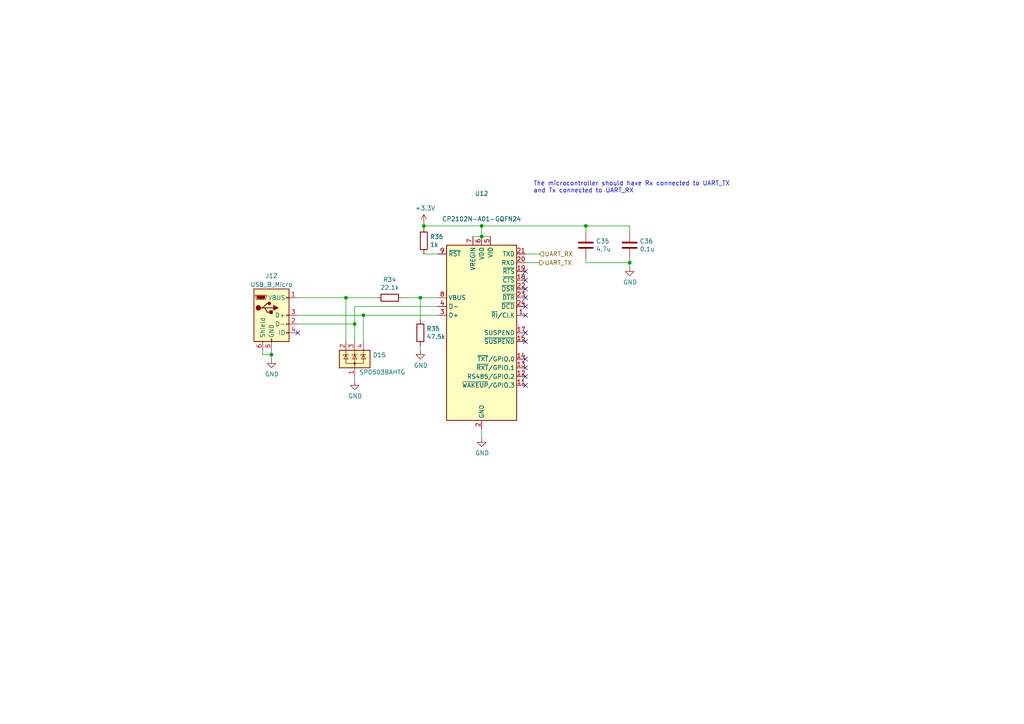
<source format=kicad_sch>
(kicad_sch (version 20230121) (generator eeschema)

  (uuid 7b076adc-44c4-4038-9778-53dd0a0d89df)

  (paper "A4")

  (lib_symbols
    (symbol "Connector:USB_B_Micro" (pin_names (offset 1.016)) (in_bom yes) (on_board yes)
      (property "Reference" "J" (at -5.08 11.43 0)
        (effects (font (size 1.27 1.27)) (justify left))
      )
      (property "Value" "USB_B_Micro" (at -5.08 8.89 0)
        (effects (font (size 1.27 1.27)) (justify left))
      )
      (property "Footprint" "" (at 3.81 -1.27 0)
        (effects (font (size 1.27 1.27)) hide)
      )
      (property "Datasheet" "~" (at 3.81 -1.27 0)
        (effects (font (size 1.27 1.27)) hide)
      )
      (property "ki_keywords" "connector USB micro" (at 0 0 0)
        (effects (font (size 1.27 1.27)) hide)
      )
      (property "ki_description" "USB Micro Type B connector" (at 0 0 0)
        (effects (font (size 1.27 1.27)) hide)
      )
      (property "ki_fp_filters" "USB*" (at 0 0 0)
        (effects (font (size 1.27 1.27)) hide)
      )
      (symbol "USB_B_Micro_0_1"
        (rectangle (start -5.08 -7.62) (end 5.08 7.62)
          (stroke (width 0.254) (type default))
          (fill (type background))
        )
        (circle (center -3.81 2.159) (radius 0.635)
          (stroke (width 0.254) (type default))
          (fill (type outline))
        )
        (circle (center -0.635 3.429) (radius 0.381)
          (stroke (width 0.254) (type default))
          (fill (type outline))
        )
        (rectangle (start -0.127 -7.62) (end 0.127 -6.858)
          (stroke (width 0) (type default))
          (fill (type none))
        )
        (polyline
          (pts
            (xy -1.905 2.159)
            (xy 0.635 2.159)
          )
          (stroke (width 0.254) (type default))
          (fill (type none))
        )
        (polyline
          (pts
            (xy -3.175 2.159)
            (xy -2.54 2.159)
            (xy -1.27 3.429)
            (xy -0.635 3.429)
          )
          (stroke (width 0.254) (type default))
          (fill (type none))
        )
        (polyline
          (pts
            (xy -2.54 2.159)
            (xy -1.905 2.159)
            (xy -1.27 0.889)
            (xy 0 0.889)
          )
          (stroke (width 0.254) (type default))
          (fill (type none))
        )
        (polyline
          (pts
            (xy 0.635 2.794)
            (xy 0.635 1.524)
            (xy 1.905 2.159)
            (xy 0.635 2.794)
          )
          (stroke (width 0.254) (type default))
          (fill (type outline))
        )
        (polyline
          (pts
            (xy -4.318 5.588)
            (xy -1.778 5.588)
            (xy -2.032 4.826)
            (xy -4.064 4.826)
            (xy -4.318 5.588)
          )
          (stroke (width 0) (type default))
          (fill (type outline))
        )
        (polyline
          (pts
            (xy -4.699 5.842)
            (xy -4.699 5.588)
            (xy -4.445 4.826)
            (xy -4.445 4.572)
            (xy -1.651 4.572)
            (xy -1.651 4.826)
            (xy -1.397 5.588)
            (xy -1.397 5.842)
            (xy -4.699 5.842)
          )
          (stroke (width 0) (type default))
          (fill (type none))
        )
        (rectangle (start 0.254 1.27) (end -0.508 0.508)
          (stroke (width 0.254) (type default))
          (fill (type outline))
        )
        (rectangle (start 5.08 -5.207) (end 4.318 -4.953)
          (stroke (width 0) (type default))
          (fill (type none))
        )
        (rectangle (start 5.08 -2.667) (end 4.318 -2.413)
          (stroke (width 0) (type default))
          (fill (type none))
        )
        (rectangle (start 5.08 -0.127) (end 4.318 0.127)
          (stroke (width 0) (type default))
          (fill (type none))
        )
        (rectangle (start 5.08 4.953) (end 4.318 5.207)
          (stroke (width 0) (type default))
          (fill (type none))
        )
      )
      (symbol "USB_B_Micro_1_1"
        (pin power_out line (at 7.62 5.08 180) (length 2.54)
          (name "VBUS" (effects (font (size 1.27 1.27))))
          (number "1" (effects (font (size 1.27 1.27))))
        )
        (pin bidirectional line (at 7.62 -2.54 180) (length 2.54)
          (name "D-" (effects (font (size 1.27 1.27))))
          (number "2" (effects (font (size 1.27 1.27))))
        )
        (pin bidirectional line (at 7.62 0 180) (length 2.54)
          (name "D+" (effects (font (size 1.27 1.27))))
          (number "3" (effects (font (size 1.27 1.27))))
        )
        (pin passive line (at 7.62 -5.08 180) (length 2.54)
          (name "ID" (effects (font (size 1.27 1.27))))
          (number "4" (effects (font (size 1.27 1.27))))
        )
        (pin power_out line (at 0 -10.16 90) (length 2.54)
          (name "GND" (effects (font (size 1.27 1.27))))
          (number "5" (effects (font (size 1.27 1.27))))
        )
        (pin passive line (at -2.54 -10.16 90) (length 2.54)
          (name "Shield" (effects (font (size 1.27 1.27))))
          (number "6" (effects (font (size 1.27 1.27))))
        )
      )
    )
    (symbol "Device:C" (pin_numbers hide) (pin_names (offset 0.254)) (in_bom yes) (on_board yes)
      (property "Reference" "C" (at 0.635 2.54 0)
        (effects (font (size 1.27 1.27)) (justify left))
      )
      (property "Value" "C" (at 0.635 -2.54 0)
        (effects (font (size 1.27 1.27)) (justify left))
      )
      (property "Footprint" "" (at 0.9652 -3.81 0)
        (effects (font (size 1.27 1.27)) hide)
      )
      (property "Datasheet" "~" (at 0 0 0)
        (effects (font (size 1.27 1.27)) hide)
      )
      (property "ki_keywords" "cap capacitor" (at 0 0 0)
        (effects (font (size 1.27 1.27)) hide)
      )
      (property "ki_description" "Unpolarized capacitor" (at 0 0 0)
        (effects (font (size 1.27 1.27)) hide)
      )
      (property "ki_fp_filters" "C_*" (at 0 0 0)
        (effects (font (size 1.27 1.27)) hide)
      )
      (symbol "C_0_1"
        (polyline
          (pts
            (xy -2.032 -0.762)
            (xy 2.032 -0.762)
          )
          (stroke (width 0.508) (type default))
          (fill (type none))
        )
        (polyline
          (pts
            (xy -2.032 0.762)
            (xy 2.032 0.762)
          )
          (stroke (width 0.508) (type default))
          (fill (type none))
        )
      )
      (symbol "C_1_1"
        (pin passive line (at 0 3.81 270) (length 2.794)
          (name "~" (effects (font (size 1.27 1.27))))
          (number "1" (effects (font (size 1.27 1.27))))
        )
        (pin passive line (at 0 -3.81 90) (length 2.794)
          (name "~" (effects (font (size 1.27 1.27))))
          (number "2" (effects (font (size 1.27 1.27))))
        )
      )
    )
    (symbol "Device:R" (pin_numbers hide) (pin_names (offset 0)) (in_bom yes) (on_board yes)
      (property "Reference" "R" (at 2.032 0 90)
        (effects (font (size 1.27 1.27)))
      )
      (property "Value" "R" (at 0 0 90)
        (effects (font (size 1.27 1.27)))
      )
      (property "Footprint" "" (at -1.778 0 90)
        (effects (font (size 1.27 1.27)) hide)
      )
      (property "Datasheet" "~" (at 0 0 0)
        (effects (font (size 1.27 1.27)) hide)
      )
      (property "ki_keywords" "R res resistor" (at 0 0 0)
        (effects (font (size 1.27 1.27)) hide)
      )
      (property "ki_description" "Resistor" (at 0 0 0)
        (effects (font (size 1.27 1.27)) hide)
      )
      (property "ki_fp_filters" "R_*" (at 0 0 0)
        (effects (font (size 1.27 1.27)) hide)
      )
      (symbol "R_0_1"
        (rectangle (start -1.016 -2.54) (end 1.016 2.54)
          (stroke (width 0.254) (type default))
          (fill (type none))
        )
      )
      (symbol "R_1_1"
        (pin passive line (at 0 3.81 270) (length 1.27)
          (name "~" (effects (font (size 1.27 1.27))))
          (number "1" (effects (font (size 1.27 1.27))))
        )
        (pin passive line (at 0 -3.81 90) (length 1.27)
          (name "~" (effects (font (size 1.27 1.27))))
          (number "2" (effects (font (size 1.27 1.27))))
        )
      )
    )
    (symbol "Interface_USB:CP2102N-Axx-xQFN24" (in_bom yes) (on_board yes)
      (property "Reference" "U" (at -8.89 26.67 0)
        (effects (font (size 1.27 1.27)))
      )
      (property "Value" "CP2102N-Axx-xQFN24" (at 13.97 26.67 0)
        (effects (font (size 1.27 1.27)))
      )
      (property "Footprint" "Package_DFN_QFN:QFN-24-1EP_4x4mm_P0.5mm_EP2.6x2.6mm" (at 31.75 -26.67 0)
        (effects (font (size 1.27 1.27)) hide)
      )
      (property "Datasheet" "https://www.silabs.com/documents/public/data-sheets/cp2102n-datasheet.pdf" (at 1.27 -19.05 0)
        (effects (font (size 1.27 1.27)) hide)
      )
      (property "ki_keywords" "USB UART bridge" (at 0 0 0)
        (effects (font (size 1.27 1.27)) hide)
      )
      (property "ki_description" "USB to UART master bridge, QFN-24" (at 0 0 0)
        (effects (font (size 1.27 1.27)) hide)
      )
      (property "ki_fp_filters" "QFN*4x4mm*P0.5mm*" (at 0 0 0)
        (effects (font (size 1.27 1.27)) hide)
      )
      (symbol "CP2102N-Axx-xQFN24_0_1"
        (rectangle (start -10.16 25.4) (end 10.16 -25.4)
          (stroke (width 0.254) (type default))
          (fill (type background))
        )
      )
      (symbol "CP2102N-Axx-xQFN24_1_1"
        (pin bidirectional line (at 12.7 5.08 180) (length 2.54)
          (name "~{RI}/CLK" (effects (font (size 1.27 1.27))))
          (number "1" (effects (font (size 1.27 1.27))))
        )
        (pin no_connect line (at -10.16 -22.86 0) (length 2.54) hide
          (name "NC" (effects (font (size 1.27 1.27))))
          (number "10" (effects (font (size 1.27 1.27))))
        )
        (pin bidirectional line (at 12.7 -15.24 180) (length 2.54)
          (name "~{WAKEUP}/GPIO.3" (effects (font (size 1.27 1.27))))
          (number "11" (effects (font (size 1.27 1.27))))
        )
        (pin bidirectional line (at 12.7 -12.7 180) (length 2.54)
          (name "RS485/GPIO.2" (effects (font (size 1.27 1.27))))
          (number "12" (effects (font (size 1.27 1.27))))
        )
        (pin bidirectional line (at 12.7 -10.16 180) (length 2.54)
          (name "~{RXT}/GPIO.1" (effects (font (size 1.27 1.27))))
          (number "13" (effects (font (size 1.27 1.27))))
        )
        (pin bidirectional line (at 12.7 -7.62 180) (length 2.54)
          (name "~{TXT}/GPIO.0" (effects (font (size 1.27 1.27))))
          (number "14" (effects (font (size 1.27 1.27))))
        )
        (pin output line (at 12.7 -2.54 180) (length 2.54)
          (name "~{SUSPEND}" (effects (font (size 1.27 1.27))))
          (number "15" (effects (font (size 1.27 1.27))))
        )
        (pin no_connect line (at 10.16 -22.86 180) (length 2.54) hide
          (name "NC" (effects (font (size 1.27 1.27))))
          (number "16" (effects (font (size 1.27 1.27))))
        )
        (pin output line (at 12.7 0 180) (length 2.54)
          (name "SUSPEND" (effects (font (size 1.27 1.27))))
          (number "17" (effects (font (size 1.27 1.27))))
        )
        (pin input line (at 12.7 15.24 180) (length 2.54)
          (name "~{CTS}" (effects (font (size 1.27 1.27))))
          (number "18" (effects (font (size 1.27 1.27))))
        )
        (pin output line (at 12.7 17.78 180) (length 2.54)
          (name "~{RTS}" (effects (font (size 1.27 1.27))))
          (number "19" (effects (font (size 1.27 1.27))))
        )
        (pin power_in line (at 0 -27.94 90) (length 2.54)
          (name "GND" (effects (font (size 1.27 1.27))))
          (number "2" (effects (font (size 1.27 1.27))))
        )
        (pin input line (at 12.7 20.32 180) (length 2.54)
          (name "RXD" (effects (font (size 1.27 1.27))))
          (number "20" (effects (font (size 1.27 1.27))))
        )
        (pin output line (at 12.7 22.86 180) (length 2.54)
          (name "TXD" (effects (font (size 1.27 1.27))))
          (number "21" (effects (font (size 1.27 1.27))))
        )
        (pin input line (at 12.7 12.7 180) (length 2.54)
          (name "~{DSR}" (effects (font (size 1.27 1.27))))
          (number "22" (effects (font (size 1.27 1.27))))
        )
        (pin output line (at 12.7 10.16 180) (length 2.54)
          (name "~{DTR}" (effects (font (size 1.27 1.27))))
          (number "23" (effects (font (size 1.27 1.27))))
        )
        (pin input line (at 12.7 7.62 180) (length 2.54)
          (name "~{DCD}" (effects (font (size 1.27 1.27))))
          (number "24" (effects (font (size 1.27 1.27))))
        )
        (pin passive line (at 0 -27.94 90) (length 2.54) hide
          (name "GND" (effects (font (size 1.27 1.27))))
          (number "25" (effects (font (size 1.27 1.27))))
        )
        (pin bidirectional line (at -12.7 5.08 0) (length 2.54)
          (name "D+" (effects (font (size 1.27 1.27))))
          (number "3" (effects (font (size 1.27 1.27))))
        )
        (pin bidirectional line (at -12.7 7.62 0) (length 2.54)
          (name "D-" (effects (font (size 1.27 1.27))))
          (number "4" (effects (font (size 1.27 1.27))))
        )
        (pin power_in line (at 2.54 27.94 270) (length 2.54)
          (name "VIO" (effects (font (size 1.27 1.27))))
          (number "5" (effects (font (size 1.27 1.27))))
        )
        (pin power_in line (at 0 27.94 270) (length 2.54)
          (name "VDD" (effects (font (size 1.27 1.27))))
          (number "6" (effects (font (size 1.27 1.27))))
        )
        (pin power_in line (at -2.54 27.94 270) (length 2.54)
          (name "VREGIN" (effects (font (size 1.27 1.27))))
          (number "7" (effects (font (size 1.27 1.27))))
        )
        (pin input line (at -12.7 10.16 0) (length 2.54)
          (name "VBUS" (effects (font (size 1.27 1.27))))
          (number "8" (effects (font (size 1.27 1.27))))
        )
        (pin input line (at -12.7 22.86 0) (length 2.54)
          (name "~{RST}" (effects (font (size 1.27 1.27))))
          (number "9" (effects (font (size 1.27 1.27))))
        )
      )
    )
    (symbol "Power_Protection:SP0503BAHT" (pin_names hide) (in_bom yes) (on_board yes)
      (property "Reference" "D" (at 5.715 2.54 0)
        (effects (font (size 1.27 1.27)) (justify left))
      )
      (property "Value" "SP0503BAHT" (at 5.715 0.635 0)
        (effects (font (size 1.27 1.27)) (justify left))
      )
      (property "Footprint" "Package_TO_SOT_SMD:SOT-143" (at 5.715 -1.27 0)
        (effects (font (size 1.27 1.27)) (justify left) hide)
      )
      (property "Datasheet" "http://www.littelfuse.com/~/media/files/littelfuse/technical%20resources/documents/data%20sheets/sp05xxba.pdf" (at 3.175 3.175 0)
        (effects (font (size 1.27 1.27)) hide)
      )
      (property "ki_keywords" "usb esd protection suppression transient" (at 0 0 0)
        (effects (font (size 1.27 1.27)) hide)
      )
      (property "ki_description" "TVS Diode Array, 5.5V Standoff, 3 Channels, SOT-143 package" (at 0 0 0)
        (effects (font (size 1.27 1.27)) hide)
      )
      (property "ki_fp_filters" "SOT?143*" (at 0 0 0)
        (effects (font (size 1.27 1.27)) hide)
      )
      (symbol "SP0503BAHT_0_0"
        (pin passive line (at 0 -5.08 90) (length 2.54)
          (name "A" (effects (font (size 1.27 1.27))))
          (number "1" (effects (font (size 1.27 1.27))))
        )
      )
      (symbol "SP0503BAHT_0_1"
        (rectangle (start -4.445 2.54) (end 4.445 -2.54)
          (stroke (width 0.254) (type default))
          (fill (type background))
        )
        (circle (center 0 -1.27) (radius 0.254)
          (stroke (width 0) (type default))
          (fill (type outline))
        )
        (polyline
          (pts
            (xy -2.54 2.54)
            (xy -2.54 1.27)
          )
          (stroke (width 0) (type default))
          (fill (type none))
        )
        (polyline
          (pts
            (xy 0 -1.27)
            (xy 0 -2.54)
          )
          (stroke (width 0) (type default))
          (fill (type none))
        )
        (polyline
          (pts
            (xy 0 -1.27)
            (xy 0 1.27)
          )
          (stroke (width 0) (type default))
          (fill (type none))
        )
        (polyline
          (pts
            (xy 0 2.54)
            (xy 0 1.27)
          )
          (stroke (width 0) (type default))
          (fill (type none))
        )
        (polyline
          (pts
            (xy 0.635 1.27)
            (xy 0.762 1.27)
          )
          (stroke (width 0) (type default))
          (fill (type none))
        )
        (polyline
          (pts
            (xy 2.54 2.54)
            (xy 2.54 1.27)
          )
          (stroke (width 0) (type default))
          (fill (type none))
        )
        (polyline
          (pts
            (xy 0.635 1.27)
            (xy -0.762 1.27)
            (xy -0.762 1.016)
          )
          (stroke (width 0) (type default))
          (fill (type none))
        )
        (polyline
          (pts
            (xy -3.302 1.016)
            (xy -3.302 1.27)
            (xy -1.905 1.27)
            (xy -1.778 1.27)
          )
          (stroke (width 0) (type default))
          (fill (type none))
        )
        (polyline
          (pts
            (xy -2.54 1.27)
            (xy -2.54 -1.27)
            (xy 2.54 -1.27)
            (xy 2.54 1.27)
          )
          (stroke (width 0) (type default))
          (fill (type none))
        )
        (polyline
          (pts
            (xy -2.54 1.27)
            (xy -1.905 0)
            (xy -3.175 0)
            (xy -2.54 1.27)
          )
          (stroke (width 0) (type default))
          (fill (type none))
        )
        (polyline
          (pts
            (xy 0.635 0)
            (xy -0.635 0)
            (xy 0 1.27)
            (xy 0.635 0)
          )
          (stroke (width 0) (type default))
          (fill (type none))
        )
        (polyline
          (pts
            (xy 1.778 1.016)
            (xy 1.778 1.27)
            (xy 3.175 1.27)
            (xy 3.302 1.27)
          )
          (stroke (width 0) (type default))
          (fill (type none))
        )
        (polyline
          (pts
            (xy 2.54 1.27)
            (xy 1.905 0)
            (xy 3.175 0)
            (xy 2.54 1.27)
          )
          (stroke (width 0) (type default))
          (fill (type none))
        )
      )
      (symbol "SP0503BAHT_1_1"
        (pin passive line (at -2.54 5.08 270) (length 2.54)
          (name "K" (effects (font (size 1.27 1.27))))
          (number "2" (effects (font (size 1.27 1.27))))
        )
        (pin passive line (at 0 5.08 270) (length 2.54)
          (name "K" (effects (font (size 1.27 1.27))))
          (number "3" (effects (font (size 1.27 1.27))))
        )
        (pin passive line (at 2.54 5.08 270) (length 2.54)
          (name "K" (effects (font (size 1.27 1.27))))
          (number "4" (effects (font (size 1.27 1.27))))
        )
      )
    )
    (symbol "power:+3.3V" (power) (pin_names (offset 0)) (in_bom yes) (on_board yes)
      (property "Reference" "#PWR" (at 0 -3.81 0)
        (effects (font (size 1.27 1.27)) hide)
      )
      (property "Value" "+3.3V" (at 0 3.556 0)
        (effects (font (size 1.27 1.27)))
      )
      (property "Footprint" "" (at 0 0 0)
        (effects (font (size 1.27 1.27)) hide)
      )
      (property "Datasheet" "" (at 0 0 0)
        (effects (font (size 1.27 1.27)) hide)
      )
      (property "ki_keywords" "power-flag" (at 0 0 0)
        (effects (font (size 1.27 1.27)) hide)
      )
      (property "ki_description" "Power symbol creates a global label with name \"+3.3V\"" (at 0 0 0)
        (effects (font (size 1.27 1.27)) hide)
      )
      (symbol "+3.3V_0_1"
        (polyline
          (pts
            (xy -0.762 1.27)
            (xy 0 2.54)
          )
          (stroke (width 0) (type default))
          (fill (type none))
        )
        (polyline
          (pts
            (xy 0 0)
            (xy 0 2.54)
          )
          (stroke (width 0) (type default))
          (fill (type none))
        )
        (polyline
          (pts
            (xy 0 2.54)
            (xy 0.762 1.27)
          )
          (stroke (width 0) (type default))
          (fill (type none))
        )
      )
      (symbol "+3.3V_1_1"
        (pin power_in line (at 0 0 90) (length 0) hide
          (name "+3.3V" (effects (font (size 1.27 1.27))))
          (number "1" (effects (font (size 1.27 1.27))))
        )
      )
    )
    (symbol "power:GND" (power) (pin_names (offset 0)) (in_bom yes) (on_board yes)
      (property "Reference" "#PWR" (at 0 -6.35 0)
        (effects (font (size 1.27 1.27)) hide)
      )
      (property "Value" "GND" (at 0 -3.81 0)
        (effects (font (size 1.27 1.27)))
      )
      (property "Footprint" "" (at 0 0 0)
        (effects (font (size 1.27 1.27)) hide)
      )
      (property "Datasheet" "" (at 0 0 0)
        (effects (font (size 1.27 1.27)) hide)
      )
      (property "ki_keywords" "power-flag" (at 0 0 0)
        (effects (font (size 1.27 1.27)) hide)
      )
      (property "ki_description" "Power symbol creates a global label with name \"GND\" , ground" (at 0 0 0)
        (effects (font (size 1.27 1.27)) hide)
      )
      (symbol "GND_0_1"
        (polyline
          (pts
            (xy 0 0)
            (xy 0 -1.27)
            (xy 1.27 -1.27)
            (xy 0 -2.54)
            (xy -1.27 -1.27)
            (xy 0 -1.27)
          )
          (stroke (width 0) (type default))
          (fill (type none))
        )
      )
      (symbol "GND_1_1"
        (pin power_in line (at 0 0 270) (length 0) hide
          (name "GND" (effects (font (size 1.27 1.27))))
          (number "1" (effects (font (size 1.27 1.27))))
        )
      )
    )
  )

  (junction (at 139.7 65.532) (diameter 0) (color 0 0 0 0)
    (uuid 006e3f41-a8cd-41af-b353-bf0966d76e12)
  )
  (junction (at 121.92 86.36) (diameter 0) (color 0 0 0 0)
    (uuid 0a7ad248-7990-4cb2-8ba6-ac61efea886e)
  )
  (junction (at 122.936 65.532) (diameter 0) (color 0 0 0 0)
    (uuid 2094607f-bd1d-46db-950e-13053bafb1ba)
  )
  (junction (at 102.87 93.98) (diameter 0) (color 0 0 0 0)
    (uuid 22f4a683-0d5a-4917-b359-a9508aa14143)
  )
  (junction (at 78.74 102.87) (diameter 0) (color 0 0 0 0)
    (uuid 4a561cae-2ace-4b63-a010-5cdeb8c1a10f)
  )
  (junction (at 169.926 65.532) (diameter 0) (color 0 0 0 0)
    (uuid 614c1541-11a8-4ae8-92ff-2068c4687478)
  )
  (junction (at 105.41 91.44) (diameter 0) (color 0 0 0 0)
    (uuid 75600713-e02a-428c-8eba-728ad4cc7ecd)
  )
  (junction (at 100.33 86.36) (diameter 0) (color 0 0 0 0)
    (uuid 81b5904b-3ed5-4a70-b983-9b763009b325)
  )
  (junction (at 182.626 76.2) (diameter 0) (color 0 0 0 0)
    (uuid 980192c2-0624-423b-a774-4752fb8281a6)
  )
  (junction (at 139.7 68.58) (diameter 0) (color 0 0 0 0)
    (uuid d96d8277-a9a9-4e54-9597-b202a753ac42)
  )

  (no_connect (at 152.4 111.76) (uuid 1c0ee7a1-13bb-479f-bb7d-082dd2b4fb3b))
  (no_connect (at 152.4 96.52) (uuid 1e06c8f5-89bb-444c-8ec7-a561eb70cacc))
  (no_connect (at 152.4 78.74) (uuid 4ed2ae60-969e-4d74-b240-74cee9e60187))
  (no_connect (at 152.4 88.9) (uuid 4ff7d4f1-0d4a-4607-8416-ae5c21046c0e))
  (no_connect (at 152.4 83.82) (uuid 6177cdb1-f667-4d94-825d-db3f5375a576))
  (no_connect (at 152.4 91.44) (uuid 83ba1a6d-059f-4356-95da-fe69a56f4b5f))
  (no_connect (at 152.4 109.22) (uuid 84b0a71a-6ece-463d-bb19-5aecf66b2d62))
  (no_connect (at 152.4 81.28) (uuid 99a1c19a-e818-4438-a027-8d9d459ddaa1))
  (no_connect (at 86.36 96.52) (uuid 9ac0a94e-a5ba-4200-bee3-ee63a6e3669a))
  (no_connect (at 152.4 106.68) (uuid a0db93d5-8941-47f4-991f-775e689ff587))
  (no_connect (at 152.4 104.14) (uuid a67c9d13-c47f-4c69-8aa2-98e2f2cc2a34))
  (no_connect (at 152.4 86.36) (uuid d28d2ef0-926a-4ae3-ad2e-a71b9097ea75))
  (no_connect (at 152.4 99.06) (uuid ec542517-97bc-4a85-a1df-7eefd7b345a2))

  (wire (pts (xy 86.36 93.98) (xy 102.87 93.98))
    (stroke (width 0) (type default))
    (uuid 07e667a9-9255-4ef9-887c-24ceabe90c47)
  )
  (wire (pts (xy 86.36 91.44) (xy 105.41 91.44))
    (stroke (width 0) (type default))
    (uuid 07ea2874-f6e9-44a4-9291-516f1e3b317e)
  )
  (wire (pts (xy 169.926 65.532) (xy 182.626 65.532))
    (stroke (width 0) (type default))
    (uuid 08523982-df24-4262-9b63-b3e84738059a)
  )
  (wire (pts (xy 152.4 73.66) (xy 156.464 73.66))
    (stroke (width 0) (type default))
    (uuid 19dcf776-c9ac-4457-88f1-95969417cbce)
  )
  (wire (pts (xy 121.92 86.36) (xy 127 86.36))
    (stroke (width 0) (type default))
    (uuid 1f981cd7-63bb-4fae-bd65-1a5a086c67b2)
  )
  (wire (pts (xy 139.7 68.58) (xy 142.24 68.58))
    (stroke (width 0) (type default))
    (uuid 321a21d7-f8fe-4f98-8b55-33d28b8a6530)
  )
  (wire (pts (xy 122.936 65.532) (xy 122.936 66.04))
    (stroke (width 0) (type default))
    (uuid 33829345-d776-43be-ad9a-a7872aad84ce)
  )
  (wire (pts (xy 182.626 76.2) (xy 182.626 74.93))
    (stroke (width 0) (type default))
    (uuid 35e91652-d609-4422-9562-3de9e81a6fce)
  )
  (wire (pts (xy 105.41 91.44) (xy 105.41 99.06))
    (stroke (width 0) (type default))
    (uuid 37a0c0de-e686-4113-8464-ab7cd0275f9b)
  )
  (wire (pts (xy 169.926 76.2) (xy 169.926 74.93))
    (stroke (width 0) (type default))
    (uuid 3d806f43-66db-46d3-8513-71ede5ac9784)
  )
  (wire (pts (xy 121.92 101.6) (xy 121.92 100.33))
    (stroke (width 0) (type default))
    (uuid 4cc9a55f-5c16-4aed-9193-1dc34505b7b5)
  )
  (wire (pts (xy 105.41 91.44) (xy 127 91.44))
    (stroke (width 0) (type default))
    (uuid 4d09216c-0cd0-4b42-9e92-4eb7e86b7608)
  )
  (wire (pts (xy 78.74 102.87) (xy 78.74 104.14))
    (stroke (width 0) (type default))
    (uuid 53d0d635-b9a8-4561-ac4a-f5c0ee12074a)
  )
  (wire (pts (xy 139.7 65.532) (xy 139.7 68.58))
    (stroke (width 0) (type default))
    (uuid 578a33d0-7d71-4263-b7c5-4312cba945dc)
  )
  (wire (pts (xy 127 88.9) (xy 102.87 88.9))
    (stroke (width 0) (type default))
    (uuid 590656f1-a6da-475d-9876-7441e6168c1f)
  )
  (wire (pts (xy 76.2 102.87) (xy 78.74 102.87))
    (stroke (width 0) (type default))
    (uuid 5a3eaff7-3953-494f-9295-893fff0c34cc)
  )
  (wire (pts (xy 169.926 76.2) (xy 182.626 76.2))
    (stroke (width 0) (type default))
    (uuid 5aad415d-97d8-4bce-8de3-d058dafce134)
  )
  (wire (pts (xy 182.626 77.47) (xy 182.626 76.2))
    (stroke (width 0) (type default))
    (uuid 5ab2baba-e28b-42c7-9cec-ca1d87448f40)
  )
  (wire (pts (xy 78.74 102.87) (xy 78.74 101.6))
    (stroke (width 0) (type default))
    (uuid 6477c81e-569b-4a5e-be02-74900f29c11a)
  )
  (wire (pts (xy 122.936 73.66) (xy 127 73.66))
    (stroke (width 0) (type default))
    (uuid 6e74285b-b681-4343-a8c3-7d3f2c9a31ca)
  )
  (wire (pts (xy 100.33 99.06) (xy 100.33 86.36))
    (stroke (width 0) (type default))
    (uuid 783cd9dd-ae90-4e67-8f23-a9851cafaae0)
  )
  (wire (pts (xy 86.36 86.36) (xy 100.33 86.36))
    (stroke (width 0) (type default))
    (uuid 7f7e4860-fd4d-4caf-975d-dcb00fd1dda9)
  )
  (wire (pts (xy 169.926 65.532) (xy 169.926 67.31))
    (stroke (width 0) (type default))
    (uuid 80f298bf-64db-48d8-a993-457eddbd21d5)
  )
  (wire (pts (xy 152.4 76.2) (xy 156.464 76.2))
    (stroke (width 0) (type default))
    (uuid 89357a6e-cf4a-4567-9001-1edbf376c6a1)
  )
  (wire (pts (xy 102.87 93.98) (xy 102.87 99.06))
    (stroke (width 0) (type default))
    (uuid 957fd0f9-b727-43c6-9bb8-f40a302bd5b3)
  )
  (wire (pts (xy 121.92 92.71) (xy 121.92 86.36))
    (stroke (width 0) (type default))
    (uuid 9c31bc8c-e68a-417a-bf2e-7831d4f345e8)
  )
  (wire (pts (xy 139.7 68.58) (xy 137.16 68.58))
    (stroke (width 0) (type default))
    (uuid b495f370-acec-4c11-adbd-2e27717c1b5b)
  )
  (wire (pts (xy 76.2 101.6) (xy 76.2 102.87))
    (stroke (width 0) (type default))
    (uuid c22c1cde-4aaf-4d48-b708-9ff0daae12e7)
  )
  (wire (pts (xy 102.87 110.49) (xy 102.87 109.22))
    (stroke (width 0) (type default))
    (uuid c506feed-d945-4461-921b-6d8ba409e460)
  )
  (wire (pts (xy 102.87 88.9) (xy 102.87 93.98))
    (stroke (width 0) (type default))
    (uuid cedd1585-e7f4-4702-be86-6b2a3b30345c)
  )
  (wire (pts (xy 139.7 65.532) (xy 169.926 65.532))
    (stroke (width 0) (type default))
    (uuid d7f701d8-db85-480b-88f5-856bbd7095de)
  )
  (wire (pts (xy 109.22 86.36) (xy 100.33 86.36))
    (stroke (width 0) (type default))
    (uuid dc3f507e-0ced-4e09-8e10-2b98e4938c71)
  )
  (wire (pts (xy 122.936 65.532) (xy 139.7 65.532))
    (stroke (width 0) (type default))
    (uuid ee868911-4f2d-429f-9241-c3f2bb6742b3)
  )
  (wire (pts (xy 122.936 64.77) (xy 122.936 65.532))
    (stroke (width 0) (type default))
    (uuid f5734a4f-03e5-4b96-95c0-f8e680c614a4)
  )
  (wire (pts (xy 139.7 124.46) (xy 139.7 127))
    (stroke (width 0) (type default))
    (uuid fdb06f3f-e2fa-45c8-826d-d8bd9d8e0a5a)
  )
  (wire (pts (xy 116.84 86.36) (xy 121.92 86.36))
    (stroke (width 0) (type default))
    (uuid ff115145-4acb-4025-b86d-02de341b285a)
  )
  (wire (pts (xy 182.626 67.31) (xy 182.626 65.532))
    (stroke (width 0) (type default))
    (uuid ff7fbafb-5cbc-4e7f-bec0-0f89190f2344)
  )

  (text "The microcontroller should have Rx connected to UART_TX\nand Tx connected to UART_RX"
    (at 154.686 56.134 0)
    (effects (font (size 1.27 1.27)) (justify left bottom))
    (uuid b1968553-f970-4169-9082-0037d9653061)
  )

  (hierarchical_label "UART_TX" (shape output) (at 156.464 76.2 0) (fields_autoplaced)
    (effects (font (size 1.27 1.27)) (justify left))
    (uuid d29fc7ed-2fac-40de-8ad2-c5ca073c19b8)
  )
  (hierarchical_label "UART_RX" (shape input) (at 156.464 73.66 0) (fields_autoplaced)
    (effects (font (size 1.27 1.27)) (justify left))
    (uuid e1eed154-7b20-4f43-a252-cef6945aa8a5)
  )

  (symbol (lib_id "Interface_USB:CP2102N-Axx-xQFN24") (at 139.7 96.52 0) (unit 1)
    (in_bom yes) (on_board yes) (dnp no)
    (uuid 00000000-0000-0000-0000-00005c4963b2)
    (property "Reference" "U12" (at 139.7 56.134 0)
      (effects (font (size 1.27 1.27)))
    )
    (property "Value" "CP2102N-A01-GQFN24" (at 139.7 63.5 0)
      (effects (font (size 1.27 1.27)))
    )
    (property "Footprint" "Package_DFN_QFN:QFN-24-1EP_4x4mm_P0.5mm_EP2.6x2.6mm" (at 151.13 116.84 0)
      (effects (font (size 1.27 1.27)) (justify left) hide)
    )
    (property "Datasheet" "http://www.silabs.com/support%20documents/technicaldocs/cp2102n-datasheet.pdf" (at 140.97 123.19 0)
      (effects (font (size 1.27 1.27)) hide)
    )
    (pin "1" (uuid d2c755ff-f197-4c00-9ec5-490b299f2f8f))
    (pin "10" (uuid 061373b2-155a-411b-af65-bca2c964fefe))
    (pin "11" (uuid 6d904ca0-8955-4a8f-93a6-f1feb6b3c2c9))
    (pin "12" (uuid ca3e92bc-0ecb-483f-b367-766e4cbfe509))
    (pin "13" (uuid 2e63cd7d-c653-4bc7-9ad3-d4b86aca66f3))
    (pin "14" (uuid 50c61e95-f4be-4d9d-86a4-9bba5e3910ca))
    (pin "15" (uuid b70a2da2-8fe0-449a-95d7-d8488cd06d91))
    (pin "16" (uuid 1035a09d-81ca-480b-9ee0-69581059db37))
    (pin "17" (uuid 8a09c044-84e2-4258-9368-2d69f05b1e65))
    (pin "18" (uuid 9ace6c7b-2753-498d-9443-c735843dd24f))
    (pin "19" (uuid d47612e9-5f4b-4a2b-a8f7-fb69d9c3cc85))
    (pin "2" (uuid f991e624-4e62-4ecc-b0f7-f9af02a0ef01))
    (pin "20" (uuid 3461b8e2-970a-484b-b37e-155c82474f4f))
    (pin "21" (uuid d70b8d3c-9e55-4d6e-9d80-4279064bd539))
    (pin "22" (uuid 8948add8-9cf2-422d-a7a7-4af31677242e))
    (pin "23" (uuid 9e097bb2-6111-4d51-aa5f-fe1942e279f5))
    (pin "24" (uuid d5bdbf05-0c9b-476e-9f64-5836e6791504))
    (pin "25" (uuid 0d56c494-cae6-4862-8860-ab70f6f63fbf))
    (pin "3" (uuid 9f6a7645-b20d-42fa-bca0-24a48aebb1f1))
    (pin "4" (uuid ad6c566c-c337-4fe4-8107-4d7fd6868f73))
    (pin "5" (uuid b683305c-404b-4cb1-be8b-217def606ab2))
    (pin "6" (uuid c189a743-7fd0-4756-9558-7bb0c8e26eae))
    (pin "7" (uuid f3a4000d-eb24-4b34-a91d-693c2e361604))
    (pin "8" (uuid a666423c-f41f-4c4d-a24a-be676c191ccd))
    (pin "9" (uuid 3b877bd0-7ebe-4a12-867b-4f3ea99e7547))
    (instances
      (project "BPS-Leader"
        (path "/c248b171-df31-4e8a-afb6-607fa2df334b/00000000-0000-0000-0000-00005d99f192"
          (reference "U12") (unit 1)
        )
      )
    )
  )

  (symbol (lib_id "Connector:USB_B_Micro") (at 78.74 91.44 0) (unit 1)
    (in_bom yes) (on_board yes) (dnp no)
    (uuid 00000000-0000-0000-0000-00005c4964bb)
    (property "Reference" "J12" (at 78.74 80.01 0)
      (effects (font (size 1.27 1.27)))
    )
    (property "Value" "USB_B_Micro" (at 78.74 82.55 0)
      (effects (font (size 1.27 1.27)))
    )
    (property "Footprint" "Connector_USB:USB_Micro-B_Molex-105017-0001" (at 82.55 92.71 0)
      (effects (font (size 1.27 1.27)) hide)
    )
    (property "Datasheet" "~" (at 82.55 92.71 0)
      (effects (font (size 1.27 1.27)) hide)
    )
    (property "P/N" "105017-1001" (at 78.74 91.44 0)
      (effects (font (size 1.27 1.27)) hide)
    )
    (pin "1" (uuid fcdc2e0e-0218-4748-a77e-b0ed2e9da3d7))
    (pin "2" (uuid 16b29e6c-6e2f-432d-8c07-22003b463017))
    (pin "3" (uuid 3228a21e-a2a6-4dac-bc9c-6a5ec45dddb7))
    (pin "4" (uuid 10fbaec2-a9af-4989-a9a9-a369db00d93d))
    (pin "5" (uuid a5d21996-80f1-48ad-9fc4-7d05bad39bc5))
    (pin "6" (uuid e2630312-16f1-4d2c-94be-fd1fef7692c6))
    (instances
      (project "BPS-Leader"
        (path "/c248b171-df31-4e8a-afb6-607fa2df334b/00000000-0000-0000-0000-00005d99f192"
          (reference "J12") (unit 1)
        )
      )
    )
  )

  (symbol (lib_id "power:GND") (at 78.74 104.14 0) (unit 1)
    (in_bom yes) (on_board yes) (dnp no)
    (uuid 00000000-0000-0000-0000-00005c4965df)
    (property "Reference" "#PWR075" (at 78.74 110.49 0)
      (effects (font (size 1.27 1.27)) hide)
    )
    (property "Value" "GND" (at 78.867 108.5342 0)
      (effects (font (size 1.27 1.27)))
    )
    (property "Footprint" "" (at 78.74 104.14 0)
      (effects (font (size 1.27 1.27)) hide)
    )
    (property "Datasheet" "" (at 78.74 104.14 0)
      (effects (font (size 1.27 1.27)) hide)
    )
    (pin "1" (uuid 1459b482-fcbd-40ab-9a23-e90f1f388949))
    (instances
      (project "BPS-Leader"
        (path "/c248b171-df31-4e8a-afb6-607fa2df334b/00000000-0000-0000-0000-00005d99f192"
          (reference "#PWR075") (unit 1)
        )
      )
    )
  )

  (symbol (lib_id "power:GND") (at 139.7 127 0) (unit 1)
    (in_bom yes) (on_board yes) (dnp no)
    (uuid 00000000-0000-0000-0000-00005c4966cf)
    (property "Reference" "#PWR080" (at 139.7 133.35 0)
      (effects (font (size 1.27 1.27)) hide)
    )
    (property "Value" "GND" (at 139.827 131.3942 0)
      (effects (font (size 1.27 1.27)))
    )
    (property "Footprint" "" (at 139.7 127 0)
      (effects (font (size 1.27 1.27)) hide)
    )
    (property "Datasheet" "" (at 139.7 127 0)
      (effects (font (size 1.27 1.27)) hide)
    )
    (pin "1" (uuid cd62790c-89b5-4664-a5de-7a861ed5c82e))
    (instances
      (project "BPS-Leader"
        (path "/c248b171-df31-4e8a-afb6-607fa2df334b/00000000-0000-0000-0000-00005d99f192"
          (reference "#PWR080") (unit 1)
        )
      )
    )
  )

  (symbol (lib_id "Power_Protection:SP0503BAHT") (at 102.87 104.14 0) (unit 1)
    (in_bom yes) (on_board yes) (dnp no)
    (uuid 00000000-0000-0000-0000-00005c496c9b)
    (property "Reference" "D15" (at 108.077 102.9716 0)
      (effects (font (size 1.27 1.27)) (justify left))
    )
    (property "Value" "SP0503BAHTG" (at 104.14 107.95 0)
      (effects (font (size 1.27 1.27)) (justify left))
    )
    (property "Footprint" "Package_TO_SOT_SMD:SOT-143" (at 108.585 105.41 0)
      (effects (font (size 1.27 1.27)) (justify left) hide)
    )
    (property "Datasheet" "http://www.littelfuse.com/~/media/files/littelfuse/technical%20resources/documents/data%20sheets/sp05xxba.pdf" (at 106.045 100.965 0)
      (effects (font (size 1.27 1.27)) hide)
    )
    (pin "1" (uuid f48d2689-9dce-4111-ae2b-c1e6cd648f46))
    (pin "2" (uuid e7ca747e-acf9-49f0-a8b7-0d4b0650cac6))
    (pin "3" (uuid 0b814343-803f-4c57-838c-1726abb997c0))
    (pin "4" (uuid 837baac0-d4c7-4bd8-ac76-0eaacf5bf9fc))
    (instances
      (project "BPS-Leader"
        (path "/c248b171-df31-4e8a-afb6-607fa2df334b/00000000-0000-0000-0000-00005d99f192"
          (reference "D15") (unit 1)
        )
      )
    )
  )

  (symbol (lib_id "power:GND") (at 102.87 110.49 0) (unit 1)
    (in_bom yes) (on_board yes) (dnp no)
    (uuid 00000000-0000-0000-0000-00005c497074)
    (property "Reference" "#PWR076" (at 102.87 116.84 0)
      (effects (font (size 1.27 1.27)) hide)
    )
    (property "Value" "GND" (at 102.997 114.8842 0)
      (effects (font (size 1.27 1.27)))
    )
    (property "Footprint" "" (at 102.87 110.49 0)
      (effects (font (size 1.27 1.27)) hide)
    )
    (property "Datasheet" "" (at 102.87 110.49 0)
      (effects (font (size 1.27 1.27)) hide)
    )
    (pin "1" (uuid a433a9a1-6e46-4ca6-9422-0e0f7df3237b))
    (instances
      (project "BPS-Leader"
        (path "/c248b171-df31-4e8a-afb6-607fa2df334b/00000000-0000-0000-0000-00005d99f192"
          (reference "#PWR076") (unit 1)
        )
      )
    )
  )

  (symbol (lib_id "Device:R") (at 121.92 96.52 0) (unit 1)
    (in_bom yes) (on_board yes) (dnp no)
    (uuid 00000000-0000-0000-0000-00005c497db9)
    (property "Reference" "R35" (at 123.698 95.3516 0)
      (effects (font (size 1.27 1.27)) (justify left))
    )
    (property "Value" "47.5k" (at 123.698 97.663 0)
      (effects (font (size 1.27 1.27)) (justify left))
    )
    (property "Footprint" "Resistor_SMD:R_0805_2012Metric" (at 120.142 96.52 90)
      (effects (font (size 1.27 1.27)) hide)
    )
    (property "Datasheet" "~" (at 121.92 96.52 0)
      (effects (font (size 1.27 1.27)) hide)
    )
    (pin "1" (uuid 92ae7192-ab32-405f-a2a7-0374a1a0bdea))
    (pin "2" (uuid b3dec83e-22b1-475f-b626-9434c25e083a))
    (instances
      (project "BPS-Leader"
        (path "/c248b171-df31-4e8a-afb6-607fa2df334b/00000000-0000-0000-0000-00005d99f192"
          (reference "R35") (unit 1)
        )
      )
    )
  )

  (symbol (lib_id "Device:R") (at 113.03 86.36 270) (unit 1)
    (in_bom yes) (on_board yes) (dnp no)
    (uuid 00000000-0000-0000-0000-00005c497ddb)
    (property "Reference" "R34" (at 113.03 81.1022 90)
      (effects (font (size 1.27 1.27)))
    )
    (property "Value" "22.1k" (at 113.03 83.4136 90)
      (effects (font (size 1.27 1.27)))
    )
    (property "Footprint" "Resistor_SMD:R_0805_2012Metric" (at 113.03 84.582 90)
      (effects (font (size 1.27 1.27)) hide)
    )
    (property "Datasheet" "~" (at 113.03 86.36 0)
      (effects (font (size 1.27 1.27)) hide)
    )
    (pin "1" (uuid 58dd79d1-e3d1-4ad1-8f19-0f40ffbfde51))
    (pin "2" (uuid 72d7edf5-be4c-485d-a9de-38ba732c447b))
    (instances
      (project "BPS-Leader"
        (path "/c248b171-df31-4e8a-afb6-607fa2df334b/00000000-0000-0000-0000-00005d99f192"
          (reference "R34") (unit 1)
        )
      )
    )
  )

  (symbol (lib_id "power:GND") (at 121.92 101.6 0) (unit 1)
    (in_bom yes) (on_board yes) (dnp no)
    (uuid 00000000-0000-0000-0000-00005c498dbe)
    (property "Reference" "#PWR078" (at 121.92 107.95 0)
      (effects (font (size 1.27 1.27)) hide)
    )
    (property "Value" "GND" (at 122.047 105.9942 0)
      (effects (font (size 1.27 1.27)))
    )
    (property "Footprint" "" (at 121.92 101.6 0)
      (effects (font (size 1.27 1.27)) hide)
    )
    (property "Datasheet" "" (at 121.92 101.6 0)
      (effects (font (size 1.27 1.27)) hide)
    )
    (pin "1" (uuid 60500942-bfe7-4552-8190-1b426c34b5ec))
    (instances
      (project "BPS-Leader"
        (path "/c248b171-df31-4e8a-afb6-607fa2df334b/00000000-0000-0000-0000-00005d99f192"
          (reference "#PWR078") (unit 1)
        )
      )
    )
  )

  (symbol (lib_id "power:+3.3V") (at 122.936 64.77 0) (unit 1)
    (in_bom yes) (on_board yes) (dnp no)
    (uuid 00000000-0000-0000-0000-00005c499e7d)
    (property "Reference" "#PWR079" (at 122.936 68.58 0)
      (effects (font (size 1.27 1.27)) hide)
    )
    (property "Value" "+3.3V" (at 123.317 60.3758 0)
      (effects (font (size 1.27 1.27)))
    )
    (property "Footprint" "" (at 122.936 64.77 0)
      (effects (font (size 1.27 1.27)) hide)
    )
    (property "Datasheet" "" (at 122.936 64.77 0)
      (effects (font (size 1.27 1.27)) hide)
    )
    (pin "1" (uuid 38c2afba-0b5d-48b3-89d7-3156cd43d910))
    (instances
      (project "BPS-Leader"
        (path "/c248b171-df31-4e8a-afb6-607fa2df334b/00000000-0000-0000-0000-00005d99f192"
          (reference "#PWR079") (unit 1)
        )
      )
    )
  )

  (symbol (lib_id "Device:R") (at 122.936 69.85 0) (unit 1)
    (in_bom yes) (on_board yes) (dnp no)
    (uuid 00000000-0000-0000-0000-00005c49b01b)
    (property "Reference" "R36" (at 124.714 68.6816 0)
      (effects (font (size 1.27 1.27)) (justify left))
    )
    (property "Value" "1k" (at 124.714 70.993 0)
      (effects (font (size 1.27 1.27)) (justify left))
    )
    (property "Footprint" "Resistor_SMD:R_0805_2012Metric" (at 121.158 69.85 90)
      (effects (font (size 1.27 1.27)) hide)
    )
    (property "Datasheet" "~" (at 122.936 69.85 0)
      (effects (font (size 1.27 1.27)) hide)
    )
    (pin "1" (uuid a9d5f21a-0ee0-49a8-b292-3c1fc3939b63))
    (pin "2" (uuid ec17b13c-c65d-4eec-8db9-f74eabfb3697))
    (instances
      (project "BPS-Leader"
        (path "/c248b171-df31-4e8a-afb6-607fa2df334b/00000000-0000-0000-0000-00005d99f192"
          (reference "R36") (unit 1)
        )
      )
    )
  )

  (symbol (lib_id "Device:C") (at 169.926 71.12 0) (unit 1)
    (in_bom yes) (on_board yes) (dnp no)
    (uuid 00000000-0000-0000-0000-00005c49cc52)
    (property "Reference" "C35" (at 172.847 69.9516 0)
      (effects (font (size 1.27 1.27)) (justify left))
    )
    (property "Value" "4.7u" (at 172.847 72.263 0)
      (effects (font (size 1.27 1.27)) (justify left))
    )
    (property "Footprint" "Capacitor_SMD:C_0805_2012Metric" (at 170.8912 74.93 0)
      (effects (font (size 1.27 1.27)) hide)
    )
    (property "Datasheet" "~" (at 169.926 71.12 0)
      (effects (font (size 1.27 1.27)) hide)
    )
    (pin "1" (uuid a53abbd7-7ac0-4a48-9656-dab78e576ca3))
    (pin "2" (uuid 7f68f9e1-72b0-4ea8-8aa3-458c55e0e802))
    (instances
      (project "BPS-Leader"
        (path "/c248b171-df31-4e8a-afb6-607fa2df334b/00000000-0000-0000-0000-00005d99f192"
          (reference "C35") (unit 1)
        )
      )
    )
  )

  (symbol (lib_id "Device:C") (at 182.626 71.12 0) (unit 1)
    (in_bom yes) (on_board yes) (dnp no)
    (uuid 00000000-0000-0000-0000-00005c4a4791)
    (property "Reference" "C36" (at 185.547 69.9516 0)
      (effects (font (size 1.27 1.27)) (justify left))
    )
    (property "Value" "0.1u" (at 185.547 72.263 0)
      (effects (font (size 1.27 1.27)) (justify left))
    )
    (property "Footprint" "Capacitor_SMD:C_0805_2012Metric" (at 183.5912 74.93 0)
      (effects (font (size 1.27 1.27)) hide)
    )
    (property "Datasheet" "~" (at 182.626 71.12 0)
      (effects (font (size 1.27 1.27)) hide)
    )
    (pin "1" (uuid 5684d32b-6c9b-4a4f-88cb-701a908f1810))
    (pin "2" (uuid e3ce75b2-7261-4657-905f-9c63e0d4d3a0))
    (instances
      (project "BPS-Leader"
        (path "/c248b171-df31-4e8a-afb6-607fa2df334b/00000000-0000-0000-0000-00005d99f192"
          (reference "C36") (unit 1)
        )
      )
    )
  )

  (symbol (lib_id "power:GND") (at 182.626 77.47 0) (unit 1)
    (in_bom yes) (on_board yes) (dnp no)
    (uuid 00000000-0000-0000-0000-00005c4a4be4)
    (property "Reference" "#PWR081" (at 182.626 83.82 0)
      (effects (font (size 1.27 1.27)) hide)
    )
    (property "Value" "GND" (at 182.753 81.8642 0)
      (effects (font (size 1.27 1.27)))
    )
    (property "Footprint" "" (at 182.626 77.47 0)
      (effects (font (size 1.27 1.27)) hide)
    )
    (property "Datasheet" "" (at 182.626 77.47 0)
      (effects (font (size 1.27 1.27)) hide)
    )
    (pin "1" (uuid 01a4877b-8bd2-4ea6-8cc3-28fc2c7e36b3))
    (instances
      (project "BPS-Leader"
        (path "/c248b171-df31-4e8a-afb6-607fa2df334b/00000000-0000-0000-0000-00005d99f192"
          (reference "#PWR081") (unit 1)
        )
      )
    )
  )
)

</source>
